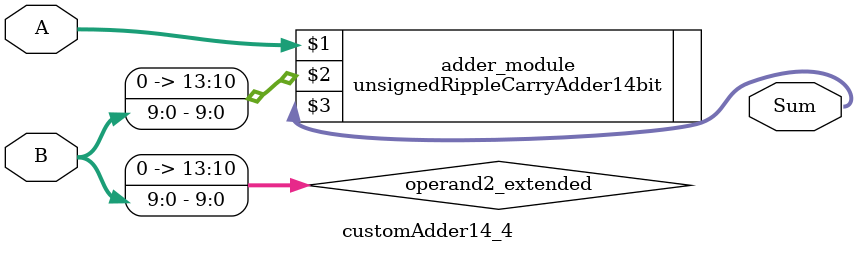
<source format=v>

module customAdder14_4(
                    input [13 : 0] A,
                    input [9 : 0] B,
                    
                    output [14 : 0] Sum
            );

    wire [13 : 0] operand2_extended;
    
    assign operand2_extended =  {4'b0, B};
    
    unsignedRippleCarryAdder14bit adder_module(
        A,
        operand2_extended,
        Sum
    );
    
endmodule
        
</source>
